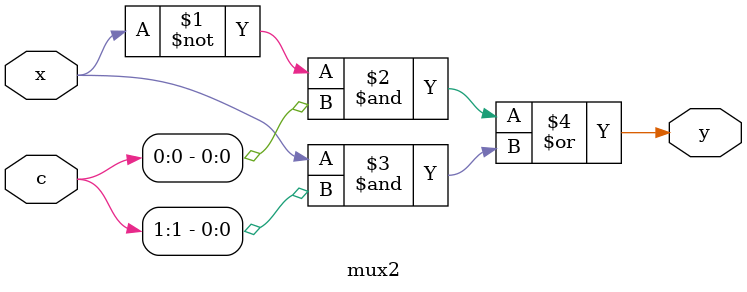
<source format=v>
`timescale 1ns / 1ps


module mux2(
    input [1:0] c,
    input x,
    output y
    );
    
    assign y = (~x & c[0]) | (x & c[1]);
endmodule

</source>
